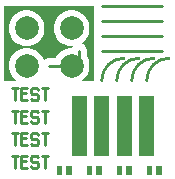
<source format=gbr>
G04 start of page 2 for group 3 layer_idx 0 *
G04 Title: (unknown), top_copper *
G04 Creator: <version>
G04 CreationDate: <date>
G04 For: TEST *
G04 Format: Gerber/RS-274X *
G04 PCB-Dimensions: 65000 62500 *
G04 PCB-Coordinate-Origin: lower left *
%MOIN*%
%FSLAX25Y25*%
%LNTOP_COPPER_NONE_3*%
%ADD14C,0.0315*%
%ADD13C,0.0787*%
%ADD12C,0.0100*%
%ADD11C,0.0001*%
G54D11*G36*
X17108Y42477D02*X16725Y42385D01*
X16362Y42234D01*
X16026Y42029D01*
X15727Y41773D01*
X15690Y41730D01*
X15664Y41840D01*
X15306Y42704D01*
X14818Y43500D01*
X14211Y44211D01*
X13500Y44818D01*
X12704Y45306D01*
X11840Y45664D01*
X10932Y45882D01*
X10000Y45955D01*
X9991Y45955D01*
Y46545D01*
X10000Y46545D01*
X10932Y46618D01*
X11840Y46836D01*
X12704Y47194D01*
X13500Y47682D01*
X14211Y48289D01*
X14818Y49000D01*
X15306Y49796D01*
X15664Y50660D01*
X15882Y51568D01*
X15937Y52500D01*
X15882Y53432D01*
X15664Y54340D01*
X15306Y55204D01*
X14818Y56000D01*
X14211Y56711D01*
X13500Y57318D01*
X12704Y57806D01*
X11840Y58164D01*
X10932Y58382D01*
X10000Y58455D01*
X9991Y58455D01*
Y60000D01*
X32492D01*
X32500Y59902D01*
Y55098D01*
X32492Y55000D01*
X32500Y54902D01*
Y50098D01*
X32492Y50000D01*
X32500Y49902D01*
Y45098D01*
X32492Y45000D01*
X32500Y44902D01*
Y35218D01*
X32490Y35000D01*
X28203D01*
X28500Y35182D01*
X29211Y35789D01*
X29818Y36500D01*
X30306Y37296D01*
X30664Y38160D01*
X30882Y39068D01*
X30937Y40000D01*
X30882Y40932D01*
X30664Y41840D01*
X30306Y42704D01*
X30000Y43203D01*
Y45000D01*
X29977Y45392D01*
X29885Y45775D01*
X29734Y46138D01*
X29529Y46474D01*
X29273Y46773D01*
X28974Y47029D01*
X28638Y47234D01*
X28275Y47385D01*
X28089Y47430D01*
X28500Y47682D01*
X29211Y48289D01*
X29818Y49000D01*
X30306Y49796D01*
X30664Y50660D01*
X30882Y51568D01*
X30937Y52500D01*
X30882Y53432D01*
X30664Y54340D01*
X30306Y55204D01*
X29818Y56000D01*
X29211Y56711D01*
X28500Y57318D01*
X27704Y57806D01*
X26840Y58164D01*
X25932Y58382D01*
X25000Y58455D01*
X24068Y58382D01*
X23160Y58164D01*
X22296Y57806D01*
X21500Y57318D01*
X20789Y56711D01*
X20182Y56000D01*
X19694Y55204D01*
X19336Y54340D01*
X19118Y53432D01*
X19045Y52500D01*
X19118Y51568D01*
X19336Y50660D01*
X19694Y49796D01*
X20182Y49000D01*
X20789Y48289D01*
X21500Y47682D01*
X22296Y47194D01*
X23160Y46836D01*
X24068Y46618D01*
X25000Y46545D01*
X25570Y46590D01*
X25471Y46474D01*
X25266Y46138D01*
X25184Y45941D01*
X25000Y45955D01*
X24068Y45882D01*
X23160Y45664D01*
X22296Y45306D01*
X21500Y44818D01*
X20789Y44211D01*
X20182Y43500D01*
X19694Y42704D01*
X19609Y42500D01*
X17500D01*
X17108Y42477D01*
G37*
G36*
X9068Y45882D02*X8160Y45664D01*
X7296Y45306D01*
X6500Y44818D01*
X5789Y44211D01*
X5182Y43500D01*
X4694Y42704D01*
X4336Y41840D01*
X4118Y40932D01*
X4045Y40000D01*
X4118Y39068D01*
X4336Y38160D01*
X4694Y37296D01*
X5182Y36500D01*
X5789Y35789D01*
X6500Y35182D01*
X6797Y35000D01*
X2500D01*
Y60000D01*
X9991D01*
Y58455D01*
X9068Y58382D01*
X8160Y58164D01*
X7296Y57806D01*
X6500Y57318D01*
X5789Y56711D01*
X5182Y56000D01*
X4694Y55204D01*
X4336Y54340D01*
X4118Y53432D01*
X4045Y52500D01*
X4118Y51568D01*
X4336Y50660D01*
X4694Y49796D01*
X5182Y49000D01*
X5789Y48289D01*
X6500Y47682D01*
X7296Y47194D01*
X8160Y46836D01*
X9068Y46618D01*
X9991Y46545D01*
Y45955D01*
X9068Y45882D01*
G37*
G36*
X30000Y30000D02*Y10000D01*
X25000D01*
Y30000D01*
X30000D01*
G37*
G36*
X37500D02*Y10000D01*
X32500D01*
Y30000D01*
X37500D01*
G37*
G36*
X45000D02*Y10000D01*
X40000D01*
Y30000D01*
X45000D01*
G37*
G36*
X52500D02*Y10000D01*
X47500D01*
Y30000D01*
X52500D01*
G37*
G54D12*X17500Y40000D02*X25000D01*
X27500Y42500D01*
Y45000D01*
X35000Y60000D02*X55000D01*
X35000Y45000D02*X55000D01*
X35000Y55000D02*X55000D01*
X35000Y50000D02*X55000D01*
X35000Y35000D02*G75*G02X42500Y42500I7500J0D01*G01*
X40000Y35000D02*G75*G02X47500Y42500I7500J0D01*G01*
X45000Y35000D02*G75*G02X52500Y42500I7500J0D01*G01*
X50000Y35000D02*G75*G02X57500Y42500I7500J0D01*G01*
X5000Y32500D02*X7000D01*
X6000D02*Y28500D01*
X8200Y30700D02*X9700D01*
X8200Y28500D02*X10200D01*
X8200Y32500D02*Y28500D01*
Y32500D02*X10200D01*
X13400D02*X13900Y32000D01*
X11900Y32500D02*X13400D01*
X11400Y32000D02*X11900Y32500D01*
X11400Y32000D02*Y31000D01*
X11900Y30500D01*
X13400D01*
X13900Y30000D01*
Y29000D01*
X13400Y28500D02*X13900Y29000D01*
X11900Y28500D02*X13400D01*
X11400Y29000D02*X11900Y28500D01*
X15100Y32500D02*X17100D01*
X16100D02*Y28500D01*
X5000Y25000D02*X7000D01*
X6000D02*Y21000D01*
X8200Y23200D02*X9700D01*
X8200Y21000D02*X10200D01*
X8200Y25000D02*Y21000D01*
Y25000D02*X10200D01*
X13400D02*X13900Y24500D01*
X11900Y25000D02*X13400D01*
X11400Y24500D02*X11900Y25000D01*
X11400Y24500D02*Y23500D01*
X11900Y23000D01*
X13400D01*
X13900Y22500D01*
Y21500D01*
X13400Y21000D02*X13900Y21500D01*
X11900Y21000D02*X13400D01*
X11400Y21500D02*X11900Y21000D01*
X15100Y25000D02*X17100D01*
X16100D02*Y21000D01*
X5000Y17500D02*X7000D01*
X6000D02*Y13500D01*
X8200Y15700D02*X9700D01*
X8200Y13500D02*X10200D01*
X8200Y17500D02*Y13500D01*
Y17500D02*X10200D01*
X13400D02*X13900Y17000D01*
X11900Y17500D02*X13400D01*
X11400Y17000D02*X11900Y17500D01*
X11400Y17000D02*Y16000D01*
X11900Y15500D01*
X13400D01*
X13900Y15000D01*
Y14000D01*
X13400Y13500D02*X13900Y14000D01*
X11900Y13500D02*X13400D01*
X11400Y14000D02*X11900Y13500D01*
X15100Y17500D02*X17100D01*
X16100D02*Y13500D01*
X5000Y10000D02*X7000D01*
X6000D02*Y6000D01*
X8200Y8200D02*X9700D01*
X8200Y6000D02*X10200D01*
X8200Y10000D02*Y6000D01*
Y10000D02*X10200D01*
X13400D02*X13900Y9500D01*
X11900Y10000D02*X13400D01*
X11400Y9500D02*X11900Y10000D01*
X11400Y9500D02*Y8500D01*
X11900Y8000D01*
X13400D01*
X13900Y7500D01*
Y6500D01*
X13400Y6000D02*X13900Y6500D01*
X11900Y6000D02*X13400D01*
X11400Y6500D02*X11900Y6000D01*
X15100Y10000D02*X17100D01*
X16100D02*Y6000D01*
G54D13*X10000Y52500D03*
X25000D03*
X10000Y40000D03*
X25000D03*
G54D11*G36*
X21910Y6377D02*X19942D01*
Y3623D01*
X21910D01*
Y6377D01*
G37*
G36*
X25058D02*X23090D01*
Y3623D01*
X25058D01*
Y6377D01*
G37*
G36*
X31910D02*X29942D01*
Y3623D01*
X31910D01*
Y6377D01*
G37*
G36*
X35058D02*X33090D01*
Y3623D01*
X35058D01*
Y6377D01*
G37*
G36*
X41910D02*X39942D01*
Y3623D01*
X41910D01*
Y6377D01*
G37*
G36*
X45058D02*X43090D01*
Y3623D01*
X45058D01*
Y6377D01*
G37*
G36*
X51910D02*X49942D01*
Y3623D01*
X51910D01*
Y6377D01*
G37*
G36*
X55058D02*X53090D01*
Y3623D01*
X55058D01*
Y6377D01*
G37*
G54D14*M02*

</source>
